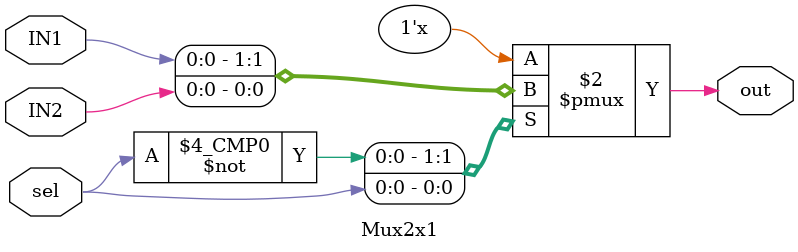
<source format=sv>
module Mux2x1(out, IN1, IN2, sel);

    output logic  out;
    input logic IN1, IN2;
    input logic sel;

    always_comb begin
        case(sel)
            1'b0: begin
                out = IN1;
            end

            1'b1: begin
                out = IN2;
            end
        endcase
    end

endmodule
</source>
